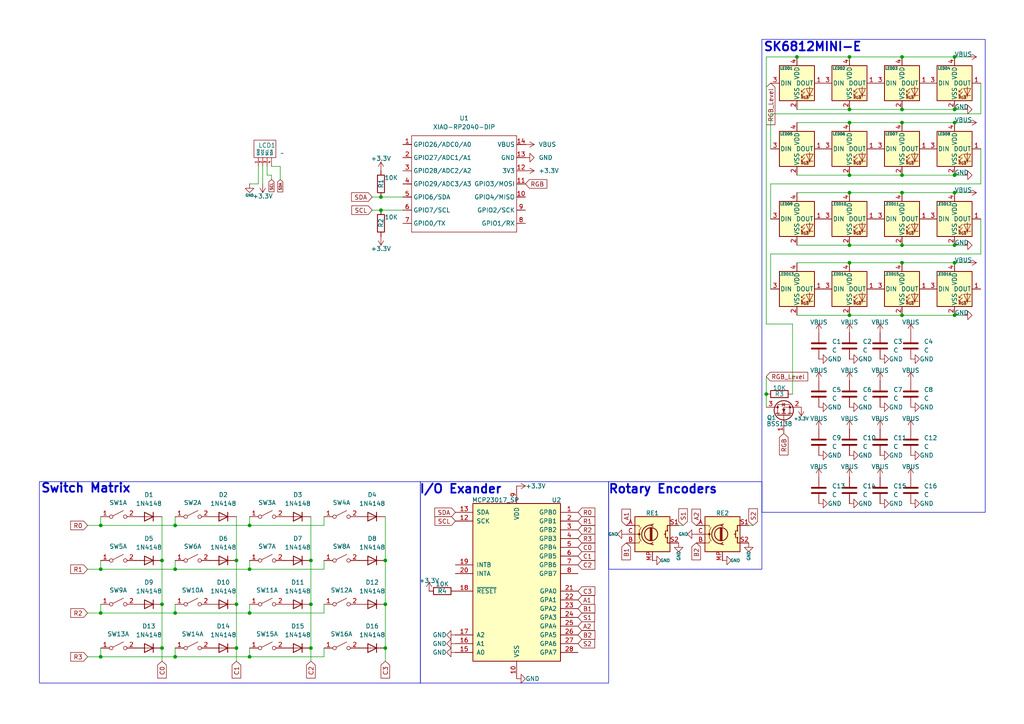
<source format=kicad_sch>
(kicad_sch (version 20250114) (generator "eeschema") (generator_version "9.0")
  (paper "A4")
  (title_block (title "HackPad V3") (date "2025-05-07") (rev "V0.2") (company "Cyber Link -- A Hack Club") (comment 1 "A simple (not so simple) macropad with as much as features that I can do for my first build") (comment 2 "2 Rotary Encoders, a 0.91\" OLED, and more!") (comment 3 "16 MX Hotswappable Switches with SK6812MINI-E RGB Underglow") (comment 4 "Based off the Seeed Studio XIAO RP2040") (comment 5 "1 0.91\" OLED Display") (comment 6 "2 Rotary Encoders") (comment 7 "SK6812MINI-E RGB Underglow") (comment 8 "16 MX-Style Hotswap Switches") (comment 9 "Features:"))
  (rectangle (start 220.98 11.43) (end 285.75 148.59))
  (rectangle (start 121.92 139.7) (end 176.53 198.12))
  (rectangle (start 176.53 139.7) (end 220.98 165.1))
  (rectangle (start 11.43 139.7) (end 121.92 198.12))
  (text "Rotary Encoders" (at 192.278 141.986 0) (effects (font (size 2.54 2.54) (thickness 0.508) (bold yes))))
  (text "I/O Exander" (at 133.604 141.986 0) (effects (font (size 2.54 2.54) (thickness 0.508) (bold yes))))
  (text "SK6812MINI-E\n" (at 235.712 13.716 0) (effects (font (size 2.54 2.54) (thickness 0.508) (bold yes))))
  (text "Switch Matrix" (at 24.892 141.732 0) (effects (font (size 2.54 2.54) (thickness 0.508) (bold yes))))
  (junction (at 50.8 190.5))
  (junction (at 246.38 16.51))
  (junction (at 276.86 50.8))
  (junction (at 261.62 71.12))
  (junction (at 46.99 187.96))
  (junction (at 246.38 91.44))
  (junction (at 261.62 31.75))
  (junction (at 29.21 190.5))
  (junction (at 231.14 16.51))
  (junction (at 276.86 91.44))
  (junction (at 72.39 152.4))
  (junction (at 46.99 175.26))
  (junction (at 246.38 55.88))
  (junction (at 276.86 16.51))
  (junction (at 246.38 50.8))
  (junction (at 246.38 76.2))
  (junction (at 72.39 177.8))
  (junction (at 261.62 76.2))
  (junction (at 50.8 165.1))
  (junction (at 111.76 175.26))
  (junction (at 111.76 187.96))
  (junction (at 276.86 76.2))
  (junction (at 261.62 91.44))
  (junction (at 246.38 35.56))
  (junction (at 50.8 152.4))
  (junction (at 68.58 162.56))
  (junction (at 246.38 71.12))
  (junction (at 246.38 31.75))
  (junction (at 50.8 177.8))
  (junction (at 46.99 162.56))
  (junction (at 276.86 55.88))
  (junction (at 261.62 50.8))
  (junction (at 110.49 60.96))
  (junction (at 276.86 71.12))
  (junction (at 111.76 162.56))
  (junction (at 90.17 187.96))
  (junction (at 261.62 35.56))
  (junction (at 261.62 55.88))
  (junction (at 72.39 165.1))
  (junction (at 68.58 175.26))
  (junction (at 72.39 190.5))
  (junction (at 29.21 165.1))
  (junction (at 68.58 187.96))
  (junction (at 110.49 57.15))
  (junction (at 29.21 152.4))
  (junction (at 276.86 31.75))
  (junction (at 90.17 162.56))
  (junction (at 222.25 114.3))
  (junction (at 261.62 16.51))
  (junction (at 90.17 175.26))
  (junction (at 276.86 35.56))
  (junction (at 29.21 177.8))
  (wire (pts (xy 261.62 50.8) (xy 276.86 50.8)))
  (wire (pts (xy 72.39 165.1) (xy 93.98 165.1)))
  (wire (pts (xy 90.17 187.96) (xy 90.17 191.77)))
  (wire (pts (xy 261.62 16.51) (xy 276.86 16.51)))
  (wire (pts (xy 29.21 149.86) (xy 29.21 152.4)))
  (wire (pts (xy 68.58 149.86) (xy 68.58 162.56)))
  (wire (pts (xy 93.98 177.8) (xy 93.98 175.26)))
  (wire (pts (xy 93.98 187.96) (xy 93.98 190.5)))
  (wire (pts (xy 222.25 114.3) (xy 222.25 118.11)))
  (wire (pts (xy 223.52 53.34) (xy 223.52 63.5)))
  (wire (pts (xy 93.98 152.4) (xy 93.98 149.86)))
  (wire (pts (xy 68.58 175.26) (xy 68.58 187.96)))
  (wire (pts (xy 78.74 50.8) (xy 77.47 50.8)))
  (wire (pts (xy 72.39 190.5) (xy 93.98 190.5)))
  (wire (pts (xy 222.25 109.22) (xy 222.25 114.3)))
  (wire (pts (xy 284.48 24.13) (xy 284.48 33.02)))
  (wire (pts (xy 229.87 114.3) (xy 229.87 93.98)))
  (wire (pts (xy 229.87 93.98) (xy 222.25 93.98)))
  (wire (pts (xy 276.86 71.12) (xy 279.4 71.12)))
  (wire (pts (xy 25.4 152.4) (xy 29.21 152.4)))
  (wire (pts (xy 261.62 71.12) (xy 276.86 71.12)))
  (wire (pts (xy 231.14 71.12) (xy 246.38 71.12)))
  (wire (pts (xy 222.25 16.51) (xy 231.14 16.51)))
  (wire (pts (xy 276.86 91.44) (xy 279.4 91.44)))
  (wire (pts (xy 222.25 93.98) (xy 222.25 16.51)))
  (wire (pts (xy 231.14 16.51) (xy 246.38 16.51)))
  (wire (pts (xy 261.62 91.44) (xy 276.86 91.44)))
  (wire (pts (xy 29.21 162.56) (xy 29.21 165.1)))
  (wire (pts (xy 246.38 76.2) (xy 261.62 76.2)))
  (wire (pts (xy 81.28 48.26) (xy 78.74 48.26)))
  (wire (pts (xy 25.4 165.1) (xy 29.21 165.1)))
  (wire (pts (xy 284.48 53.34) (xy 223.52 53.34)))
  (wire (pts (xy 276.86 55.88) (xy 280.67 55.88)))
  (wire (pts (xy 50.8 187.96) (xy 50.8 190.5)))
  (wire (pts (xy 72.39 149.86) (xy 72.39 152.4)))
  (wire (pts (xy 231.14 76.2) (xy 246.38 76.2)))
  (wire (pts (xy 50.8 149.86) (xy 50.8 152.4)))
  (wire (pts (xy 246.38 55.88) (xy 261.62 55.88)))
  (wire (pts (xy 261.62 31.75) (xy 276.86 31.75)))
  (wire (pts (xy 217.17 152.4) (xy 218.44 152.4)))
  (wire (pts (xy 231.14 35.56) (xy 246.38 35.56)))
  (wire (pts (xy 46.99 175.26) (xy 46.99 187.96)))
  (wire (pts (xy 246.38 35.56) (xy 261.62 35.56)))
  (wire (pts (xy 246.38 31.75) (xy 261.62 31.75)))
  (wire (pts (xy 72.39 187.96) (xy 72.39 190.5)))
  (wire (pts (xy 29.21 190.5) (xy 50.8 190.5)))
  (wire (pts (xy 50.8 175.26) (xy 50.8 177.8)))
  (wire (pts (xy 29.21 175.26) (xy 29.21 177.8)))
  (wire (pts (xy 246.38 16.51) (xy 261.62 16.51)))
  (wire (pts (xy 25.4 190.5) (xy 29.21 190.5)))
  (wire (pts (xy 68.58 187.96) (xy 68.58 191.77)))
  (wire (pts (xy 223.52 33.02) (xy 223.52 43.18)))
  (wire (pts (xy 74.93 53.34) (xy 72.39 53.34)))
  (wire (pts (xy 246.38 71.12) (xy 261.62 71.12)))
  (wire (pts (xy 29.21 177.8) (xy 50.8 177.8)))
  (wire (pts (xy 93.98 165.1) (xy 93.98 162.56)))
  (wire (pts (xy 90.17 175.26) (xy 90.17 187.96)))
  (wire (pts (xy 196.85 152.4) (xy 198.12 152.4)))
  (wire (pts (xy 111.76 149.86) (xy 111.76 162.56)))
  (wire (pts (xy 261.62 55.88) (xy 276.86 55.88)))
  (wire (pts (xy 72.39 177.8) (xy 93.98 177.8)))
  (wire (pts (xy 276.86 31.75) (xy 279.4 31.75)))
  (wire (pts (xy 50.8 190.5) (xy 72.39 190.5)))
  (wire (pts (xy 90.17 149.86) (xy 90.17 162.56)))
  (wire (pts (xy 231.14 55.88) (xy 246.38 55.88)))
  (wire (pts (xy 72.39 162.56) (xy 72.39 165.1)))
  (wire (pts (xy 284.48 73.66) (xy 223.52 73.66)))
  (wire (pts (xy 50.8 162.56) (xy 50.8 165.1)))
  (wire (pts (xy 107.95 57.15) (xy 110.49 57.15)))
  (wire (pts (xy 276.86 16.51) (xy 280.67 16.51)))
  (wire (pts (xy 276.86 50.8) (xy 279.4 50.8)))
  (wire (pts (xy 68.58 162.56) (xy 68.58 175.26)))
  (wire (pts (xy 25.4 177.8) (xy 29.21 177.8)))
  (wire (pts (xy 223.52 73.66) (xy 223.52 83.82)))
  (wire (pts (xy 50.8 177.8) (xy 72.39 177.8)))
  (wire (pts (xy 276.86 76.2) (xy 280.67 76.2)))
  (wire (pts (xy 231.14 50.8) (xy 246.38 50.8)))
  (wire (pts (xy 231.14 91.44) (xy 246.38 91.44)))
  (wire (pts (xy 111.76 175.26) (xy 111.76 187.96)))
  (wire (pts (xy 284.48 43.18) (xy 284.48 53.34)))
  (wire (pts (xy 46.99 187.96) (xy 46.99 191.77)))
  (wire (pts (xy 90.17 162.56) (xy 90.17 175.26)))
  (wire (pts (xy 110.49 60.96) (xy 116.84 60.96)))
  (wire (pts (xy 50.8 165.1) (xy 72.39 165.1)))
  (wire (pts (xy 74.93 53.34) (xy 74.93 48.26)))
  (wire (pts (xy 111.76 187.96) (xy 111.76 191.77)))
  (wire (pts (xy 46.99 149.86) (xy 46.99 162.56)))
  (wire (pts (xy 50.8 152.4) (xy 72.39 152.4)))
  (wire (pts (xy 78.74 50.8) (xy 78.74 52.07)))
  (wire (pts (xy 110.49 57.15) (xy 116.84 57.15)))
  (wire (pts (xy 46.99 162.56) (xy 46.99 175.26)))
  (wire (pts (xy 231.14 31.75) (xy 246.38 31.75)))
  (wire (pts (xy 111.76 162.56) (xy 111.76 175.26)))
  (wire (pts (xy 72.39 175.26) (xy 72.39 177.8)))
  (wire (pts (xy 261.62 76.2) (xy 276.86 76.2)))
  (wire (pts (xy 29.21 165.1) (xy 50.8 165.1)))
  (wire (pts (xy 81.28 48.26) (xy 81.28 52.07)))
  (wire (pts (xy 284.48 63.5) (xy 284.48 73.66)))
  (wire (pts (xy 29.21 152.4) (xy 50.8 152.4)))
  (wire (pts (xy 246.38 50.8) (xy 261.62 50.8)))
  (wire (pts (xy 76.2 48.26) (xy 76.2 53.34)))
  (wire (pts (xy 276.86 35.56) (xy 280.67 35.56)))
  (wire (pts (xy 261.62 35.56) (xy 276.86 35.56)))
  (wire (pts (xy 29.21 187.96) (xy 29.21 190.5)))
  (wire (pts (xy 77.47 50.8) (xy 77.47 48.26)))
  (wire (pts (xy 246.38 91.44) (xy 261.62 91.44)))
  (wire (pts (xy 107.95 60.96) (xy 110.49 60.96)))
  (wire (pts (xy 284.48 33.02) (xy 223.52 33.02)))
  (wire (pts (xy 72.39 152.4) (xy 93.98 152.4)))
  (global_label "C2" (shape input) (at 167.64 163.83 0) (property "Intersheetrefs" "${INTERSHEET_REFS}" (effects (hide yes))))
  (global_label "R0" (shape input) (at 167.64 148.59 0) (property "Intersheetrefs" "${INTERSHEET_REFS}" (effects (hide yes))))
  (global_label "RGB" (shape input) (at 227.33 125.73 270) (property "Intersheetrefs" "${INTERSHEET_REFS}" (effects (hide yes))))
  (global_label "A2" (shape input) (at 201.93 152.4 90) (property "Intersheetrefs" "${INTERSHEET_REFS}" (effects (hide yes))))
  (global_label "R0" (shape input) (at 25.4 152.4 180) (property "Intersheetrefs" "${INTERSHEET_REFS}" (effects (hide yes))))
  (global_label "S1" (shape input) (at 167.64 179.07 0) (property "Intersheetrefs" "${INTERSHEET_REFS}" (effects (hide yes))))
  (global_label "C1" (shape input) (at 167.64 161.29 0) (property "Intersheetrefs" "${INTERSHEET_REFS}" (effects (hide yes))))
  (global_label "S2" (shape input) (at 167.64 186.69 0) (property "Intersheetrefs" "${INTERSHEET_REFS}" (effects (hide yes))))
  (global_label "B1" (shape input) (at 167.64 176.53 0) (property "Intersheetrefs" "${INTERSHEET_REFS}" (effects (hide yes))))
  (global_label "R1" (shape input) (at 25.4 165.1 180) (property "Intersheetrefs" "${INTERSHEET_REFS}" (effects (hide yes))))
  (global_label "SDA" (shape input) (at 132.08 148.59 180) (property "Intersheetrefs" "${INTERSHEET_REFS}" (effects (hide yes))))
  (global_label "SCL" (shape input) (at 132.08 151.13 180) (property "Intersheetrefs" "${INTERSHEET_REFS}" (effects (hide yes))))
  (global_label "SCL" (shape input) (at 107.95 60.96 180) (property "Intersheetrefs" "${INTERSHEET_REFS}" (effects (hide yes))))
  (global_label "C0" (shape input) (at 167.64 158.75 0) (property "Intersheetrefs" "${INTERSHEET_REFS}" (effects (hide yes))))
  (global_label "A1" (shape input) (at 181.61 152.4 90) (property "Intersheetrefs" "${INTERSHEET_REFS}" (effects (hide yes))))
  (global_label "R2" (shape input) (at 25.4 177.8 180) (property "Intersheetrefs" "${INTERSHEET_REFS}" (effects (hide yes))))
  (global_label "R3" (shape input) (at 25.4 190.5 180) (property "Intersheetrefs" "${INTERSHEET_REFS}" (effects (hide yes))))
  (global_label "R3" (shape input) (at 167.64 156.21 0) (property "Intersheetrefs" "${INTERSHEET_REFS}" (effects (hide yes))))
  (global_label "R1" (shape input) (at 167.64 151.13 0) (property "Intersheetrefs" "${INTERSHEET_REFS}" (effects (hide yes))))
  (global_label "B2" (shape input) (at 201.93 157.48 270) (property "Intersheetrefs" "${INTERSHEET_REFS}" (effects (hide yes))))
  (global_label "S2" (shape input) (at 218.44 152.4 90) (property "Intersheetrefs" "${INTERSHEET_REFS}" (effects (hide yes))))
  (global_label "B2" (shape input) (at 167.64 184.15 0) (property "Intersheetrefs" "${INTERSHEET_REFS}" (effects (hide yes))))
  (global_label "C0" (shape input) (at 46.99 191.77 270) (property "Intersheetrefs" "${INTERSHEET_REFS}" (effects (hide yes))))
  (global_label "C2" (shape input) (at 90.17 191.77 270) (property "Intersheetrefs" "${INTERSHEET_REFS}" (effects (hide yes))))
  (global_label "SDA" (shape input) (at 107.95 57.15 180) (property "Intersheetrefs" "${INTERSHEET_REFS}" (effects (hide yes))))
  (global_label "RGB" (shape input) (at 152.4 53.34 0) (property "Intersheetrefs" "${INTERSHEET_REFS}" (effects (hide yes))))
  (global_label "C1" (shape input) (at 68.58 191.77 270) (property "Intersheetrefs" "${INTERSHEET_REFS}" (effects (hide yes))))
  (global_label "C3" (shape input) (at 111.76 191.77 270) (property "Intersheetrefs" "${INTERSHEET_REFS}" (effects (hide yes))))
  (global_label "SDA" (shape input) (at 81.28 52.07 270) (effects (font (size 0.762 0.762))) (property "Intersheetrefs" "${INTERSHEET_REFS}" (effects (hide yes))))
  (global_label "A2" (shape input) (at 167.64 181.61 0) (property "Intersheetrefs" "${INTERSHEET_REFS}" (effects (hide yes))))
  (global_label "S1" (shape input) (at 198.12 152.4 90) (property "Intersheetrefs" "${INTERSHEET_REFS}" (effects (hide yes))))
  (global_label "A1" (shape input) (at 167.64 173.99 0) (property "Intersheetrefs" "${INTERSHEET_REFS}" (effects (hide yes))))
  (global_label "SCL" (shape input) (at 78.74 52.07 270) (effects (font (size 0.762 0.762))) (property "Intersheetrefs" "${INTERSHEET_REFS}" (effects (hide yes))))
  (global_label "C3" (shape input) (at 167.64 171.45 0) (property "Intersheetrefs" "${INTERSHEET_REFS}" (effects (hide yes))))
  (global_label "B1" (shape input) (at 181.61 157.48 270) (property "Intersheetrefs" "${INTERSHEET_REFS}" (effects (hide yes))))
  (global_label "RGB_Level" (shape input) (at 222.25 109.22 0) (property "Intersheetrefs" "${INTERSHEET_REFS}" (effects (hide yes))))
  (global_label "RGB_Level" (shape input) (at 223.52 24.13 270) (property "Intersheetrefs" "${INTERSHEET_REFS}" (effects (hide yes))))
  (global_label "R2" (shape input) (at 167.64 153.67 0) (property "Intersheetrefs" "${INTERSHEET_REFS}" (effects (hide yes))))
  (symbol (lib_id "power:VBUS") (at 237.49 124.46 0) (unit 1)
    (property "Reference" "#PWR033" (effects (hide yes)))
    (property "Value" "VBUS" (at 237.49 121.412 0))
    (property "Description" "Power symbol creates a global label with name \"VBUS\"" (effects (hide yes)))
  )
  (symbol (lib_id "power:GND") (at 264.16 118.11 90) (unit 1)
    (property "Reference" "#PWR032" (effects (hide yes)))
    (property "Value" "GND" (at 266.7 118.11 90) (effects (justify right)))
    (property "Description" "Power symbol creates a global label with name \"GND\" , ground" (effects (hide yes)))
  )
  (symbol (lib_id "Device:C") (at 255.27 100.33 0) (unit 1)
    (property "Reference" "C3" (at 259.08 99.0599 0) (effects (justify left)))
    (property "Value" "C" (at 259.08 101.5999 0) (effects (justify left)))
    (property "Footprint" "Capacitor_SMD:C_0805_2012Metric" (effects (hide yes)))
    (property "Description" "Unpolarized capacitor" (effects (hide yes)))
  )
  (symbol (lib_id "Switch:SW_DPST_x2") (at 99.06 187.96 0) (unit 1)
    (property "Reference" "SW16" (at 99.06 183.896 0))
    (property "Value" "SW_MEC_5G" (effects (hide yes)))
    (property "Footprint" "PCM_Switch_Keyboard_Hotswap_Kailh:SW_Hotswap_Kailh_MX_1.00u" (effects (hide yes)))
    (property "Description" "Single Pole Single Throw (SPST) switch, separate symbol" (effects (hide yes)))
  )
  (symbol (lib_id "power:VBUS") (at 237.49 110.49 0) (unit 1)
    (property "Reference" "#PWR024" (effects (hide yes)))
    (property "Value" "VBUS" (at 237.49 107.442 0))
    (property "Description" "Power symbol creates a global label with name \"VBUS\"" (effects (hide yes)))
  )
  (symbol (lib_id "Diode:1N4148") (at 64.77 162.56 180) (unit 1)
    (property "Reference" "D6" (at 64.77 156.21 0))
    (property "Value" "1N4148" (at 64.77 158.75 0))
    (property "Footprint" "Diode_THT:D_DO-35_SOD27_P7.62mm_Horizontal" (effects (hide yes)))
    (property "Datasheet" "https://assets.nexperia.com/documents/data-sheet/1N4148_1N4448.pdf" (effects (hide yes)))
    (property "Description" "100V 0.15A standard switching diode, DO-35" (effects (hide yes)))
    (property "Sim.Device" "D" (effects (hide yes)))
    (property "Sim.Pins" "1=K 2=A" (effects (hide yes)))
  )
  (symbol (lib_id "LED:SK6812MINI") (at 246.38 24.13 0) (unit 1)
    (property "Reference" "LEDD2" (at 243.332 19.812 0) (effects (font (size 0.762 0.762))))
    (property "Value" "SK6812MINI" (effects (hide yes)))
    (property "Footprint" "MX_SK6812MINI-E:MX_SK6812MINI-E" (effects (hide yes)))
    (property "Datasheet" "https://cdn-shop.adafruit.com/product-files/2686/SK6812MINI_REV.01-1-2.pdf" (effects (hide yes)))
    (property "Description" "RGB LED with integrated controller" (effects (hide yes)))
  )
  (symbol (lib_id "LED:SK6812MINI") (at 246.38 63.5 0) (unit 1)
    (property "Reference" "LEDD10" (at 243.332 59.182 0) (effects (font (size 0.762 0.762))))
    (property "Value" "SK6812MINI" (effects (hide yes)))
    (property "Footprint" "MX_SK6812MINI-E:MX_SK6812MINI-E" (effects (hide yes)))
    (property "Datasheet" "https://cdn-shop.adafruit.com/product-files/2686/SK6812MINI_REV.01-1-2.pdf" (effects (hide yes)))
    (property "Description" "RGB LED with integrated controller" (effects (hide yes)))
  )
  (symbol (lib_id "power:VBUS") (at 280.67 55.88 270) (unit 1)
    (property "Reference" "#PWR011" (effects (hide yes)))
    (property "Value" "VBUS" (at 276.86 55.118 90) (effects (justify left)))
    (property "Description" "Power symbol creates a global label with name \"VBUS\"" (effects (hide yes)))
  )
  (symbol (lib_id "power:VBUS") (at 264.16 96.52 0) (unit 1)
    (property "Reference" "#PWR019" (effects (hide yes)))
    (property "Value" "VBUS" (at 264.16 93.472 0))
    (property "Description" "Power symbol creates a global label with name \"VBUS\"" (effects (hide yes)))
  )
  (symbol (lib_id "power:GND") (at 237.49 132.08 90) (unit 1)
    (property "Reference" "#PWR037" (effects (hide yes)))
    (property "Value" "GND" (at 240.03 132.08 90) (effects (justify right)))
    (property "Description" "Power symbol creates a global label with name \"GND\" , ground" (effects (hide yes)))
  )
  (symbol (lib_id "LED:SK6812MINI") (at 231.14 63.5 0) (unit 1)
    (property "Reference" "LEDD9" (at 228.092 59.182 0) (effects (font (size 0.762 0.762))))
    (property "Value" "SK6812MINI" (effects (hide yes)))
    (property "Footprint" "MX_SK6812MINI-E:MX_SK6812MINI-E" (effects (hide yes)))
    (property "Datasheet" "https://cdn-shop.adafruit.com/product-files/2686/SK6812MINI_REV.01-1-2.pdf" (effects (hide yes)))
    (property "Description" "RGB LED with integrated controller" (effects (hide yes)))
  )
  (symbol (lib_id "power:+3.3V") (at 124.46 171.45 0) (unit 1)
    (property "Reference" "#PWR054" (effects (hide yes)))
    (property "Value" "+3.3V" (at 124.46 168.402 0))
    (property "Description" "Power symbol creates a global label with name \"+3.3V\"" (effects (hide yes)))
  )
  (symbol (lib_id "power:GND") (at 255.27 146.05 90) (unit 1)
    (property "Reference" "#PWR048" (effects (hide yes)))
    (property "Value" "GND" (at 257.81 146.05 90) (effects (justify right)))
    (property "Description" "Power symbol creates a global label with name \"GND\" , ground" (effects (hide yes)))
  )
  (symbol (lib_id "LED:SK6812MINI") (at 261.62 63.5 0) (unit 1)
    (property "Reference" "LEDD11" (at 258.572 59.182 0) (effects (font (size 0.762 0.762))))
    (property "Value" "SK6812MINI" (effects (hide yes)))
    (property "Footprint" "MX_SK6812MINI-E:MX_SK6812MINI-E" (effects (hide yes)))
    (property "Datasheet" "https://cdn-shop.adafruit.com/product-files/2686/SK6812MINI_REV.01-1-2.pdf" (effects (hide yes)))
    (property "Description" "RGB LED with integrated controller" (effects (hide yes)))
  )
  (symbol (lib_id "power:GND") (at 132.08 189.23 270) (unit 1)
    (property "Reference" "#PWR057" (effects (hide yes)))
    (property "Value" "GND" (at 129.54 189.23 90) (effects (justify right)))
    (property "Description" "Power symbol creates a global label with name \"GND\" , ground" (effects (hide yes)))
  )
  (symbol (lib_id "power:VBUS") (at 280.67 16.51 270) (unit 1)
    (property "Reference" "#PWR01" (effects (hide yes)))
    (property "Value" "VBUS" (at 276.86 15.748 90) (effects (justify left)))
    (property "Description" "Power symbol creates a global label with name \"VBUS\"" (effects (hide yes)))
  )
  (symbol (lib_id "Diode:1N4148") (at 43.18 175.26 180) (unit 1)
    (property "Reference" "D9" (at 43.18 168.91 0))
    (property "Value" "1N4148" (at 43.18 171.45 0))
    (property "Footprint" "Diode_THT:D_DO-35_SOD27_P7.62mm_Horizontal" (effects (hide yes)))
    (property "Datasheet" "https://assets.nexperia.com/documents/data-sheet/1N4148_1N4448.pdf" (effects (hide yes)))
    (property "Description" "100V 0.15A standard switching diode, DO-35" (effects (hide yes)))
    (property "Sim.Device" "D" (effects (hide yes)))
    (property "Sim.Pins" "1=K 2=A" (effects (hide yes)))
  )
  (symbol (lib_id "power:GND") (at 279.4 31.75 90) (unit 1)
    (property "Reference" "#PWR02" (effects (hide yes)))
    (property "Value" "GND" (at 276.86 30.988 90) (effects (justify right)))
    (property "Description" "Power symbol creates a global label with name \"GND\" , ground" (effects (hide yes)))
  )
  (symbol (lib_id "Seeed_Studio_XIAO_Series:XIAO-RP2040-DIP") (at 120.65 36.83 0) (unit 1)
    (property "Reference" "U1" (at 134.62 34.29 0))
    (property "Value" "XIAO-RP2040-DIP" (at 134.62 36.83 0))
    (property "Footprint" "Module:MOUDLE14P-XIAO-DIP-SMD" (effects (hide yes)))
  )
  (symbol (lib_id "power:GND") (at 255.27 104.14 90) (unit 1)
    (property "Reference" "#PWR022" (effects (hide yes)))
    (property "Value" "GND" (at 257.81 104.14 90) (effects (justify right)))
    (property "Description" "Power symbol creates a global label with name \"GND\" , ground" (effects (hide yes)))
  )
  (symbol (lib_id "power:GND") (at 255.27 118.11 90) (unit 1)
    (property "Reference" "#PWR031" (effects (hide yes)))
    (property "Value" "GND" (at 257.81 118.11 90) (effects (justify right)))
    (property "Description" "Power symbol creates a global label with name \"GND\" , ground" (effects (hide yes)))
  )
  (symbol (lib_id "Device:R") (at 110.49 53.34 0) (unit 1)
    (property "Reference" "R1" (at 110.49 54.61 90) (effects (justify left)))
    (property "Value" "10K" (at 111.506 51.562 0) (effects (justify left)))
    (property "Footprint" "Resistor_SMD:R_0805_2012Metric" (effects (hide yes)))
    (property "Description" "Resistor" (effects (hide yes)))
  )
  (symbol (lib_id "Device:C") (at 255.27 114.3 0) (unit 1)
    (property "Reference" "C7" (at 259.08 113.0299 0) (effects (justify left)))
    (property "Value" "C" (at 259.08 115.5699 0) (effects (justify left)))
    (property "Footprint" "Capacitor_SMD:C_0805_2012Metric" (effects (hide yes)))
    (property "Description" "Unpolarized capacitor" (effects (hide yes)))
  )
  (symbol (lib_id "Device:C") (at 264.16 100.33 0) (unit 1)
    (property "Reference" "C4" (at 267.97 99.0599 0) (effects (justify left)))
    (property "Value" "C" (at 267.97 101.5999 0) (effects (justify left)))
    (property "Footprint" "Capacitor_SMD:C_0805_2012Metric" (effects (hide yes)))
    (property "Description" "Unpolarized capacitor" (effects (hide yes)))
  )
  (symbol (lib_id "power:GND") (at 264.16 104.14 90) (unit 1)
    (property "Reference" "#PWR023" (effects (hide yes)))
    (property "Value" "GND" (at 266.7 104.14 90) (effects (justify right)))
    (property "Description" "Power symbol creates a global label with name \"GND\" , ground" (effects (hide yes)))
  )
  (symbol (lib_id "Device:C") (at 255.27 142.24 0) (unit 1)
    (property "Reference" "C15" (at 259.08 140.9699 0) (effects (justify left)))
    (property "Value" "C" (at 259.08 143.5099 0) (effects (justify left)))
    (property "Footprint" "Capacitor_SMD:C_0805_2012Metric" (effects (hide yes)))
    (property "Description" "Unpolarized capacitor" (effects (hide yes)))
  )
  (symbol (lib_id "Device:C") (at 237.49 100.33 0) (unit 1)
    (property "Reference" "C1" (at 241.3 99.0599 0) (effects (justify left)))
    (property "Value" "C" (at 241.3 101.5999 0) (effects (justify left)))
    (property "Footprint" "Capacitor_SMD:C_0805_2012Metric" (effects (hide yes)))
    (property "Description" "Unpolarized capacitor" (effects (hide yes)))
  )
  (symbol (lib_id "power:VBUS") (at 255.27 138.43 0) (unit 1)
    (property "Reference" "#PWR043" (effects (hide yes)))
    (property "Value" "VBUS" (at 255.27 135.382 0))
    (property "Description" "Power symbol creates a global label with name \"VBUS\"" (effects (hide yes)))
  )
  (symbol (lib_id "power:+3.3V") (at 110.49 68.58 180) (unit 1)
    (property "Reference" "#PWR012" (effects (hide yes)))
    (property "Value" "+3.3V" (at 110.49 72.136 0))
    (property "Description" "Power symbol creates a global label with name \"+3.3V\"" (effects (hide yes)))
  )
  (symbol (lib_id "Device:C") (at 264.16 142.24 0) (unit 1)
    (property "Reference" "C16" (at 267.97 140.9699 0) (effects (justify left)))
    (property "Value" "C" (at 267.97 143.5099 0) (effects (justify left)))
    (property "Footprint" "Capacitor_SMD:C_0805_2012Metric" (effects (hide yes)))
    (property "Description" "Unpolarized capacitor" (effects (hide yes)))
  )
  (symbol (lib_id "LED:SK6812MINI") (at 231.14 24.13 0) (unit 1)
    (property "Reference" "LEDD1" (at 228.092 19.812 0) (effects (font (size 0.762 0.762))))
    (property "Value" "SK6812MINI" (effects (hide yes)))
    (property "Footprint" "MX_SK6812MINI-E:MX_SK6812MINI-E" (effects (hide yes)))
    (property "Datasheet" "https://cdn-shop.adafruit.com/product-files/2686/SK6812MINI_REV.01-1-2.pdf" (effects (hide yes)))
    (property "Description" "RGB LED with integrated controller" (effects (hide yes)))
  )
  (symbol (lib_id "power:GND") (at 209.55 162.56 90) (unit 1)
    (property "Reference" "#PWR060" (effects (hide yes)))
    (property "Value" "GND" (at 211.836 162.56 90) (effects (font (size 0.889 0.889)) (justify right)))
    (property "Description" "Power symbol creates a global label with name \"GND\" , ground" (effects (hide yes)))
  )
  (symbol (lib_id "Device:C") (at 264.16 128.27 0) (unit 1)
    (property "Reference" "C12" (at 267.97 126.9999 0) (effects (justify left)))
    (property "Value" "C" (at 267.97 129.5399 0) (effects (justify left)))
    (property "Footprint" "Capacitor_SMD:C_0805_2012Metric" (effects (hide yes)))
    (property "Description" "Unpolarized capacitor" (effects (hide yes)))
  )
  (symbol (lib_id "LED:SK6812MINI") (at 246.38 43.18 0) (unit 1)
    (property "Reference" "LEDD6" (at 243.332 38.862 0) (effects (font (size 0.762 0.762))))
    (property "Value" "SK6812MINI" (effects (hide yes)))
    (property "Footprint" "MX_SK6812MINI-E:MX_SK6812MINI-E" (effects (hide yes)))
    (property "Datasheet" "https://cdn-shop.adafruit.com/product-files/2686/SK6812MINI_REV.01-1-2.pdf" (effects (hide yes)))
    (property "Description" "RGB LED with integrated controller" (effects (hide yes)))
  )
  (symbol (lib_id "Interface_Expansion:MCP23017_SS") (at 149.86 168.91 0) (unit 1)
    (property "Reference" "U2" (at 160.02 145.034 0) (effects (justify left)))
    (property "Value" "MCP23017_SP" (at 136.906 145.034 0) (effects (justify left)))
    (property "Footprint" "Package_SO:SSOP-28_5.3x10.2mm_P0.65mm" (effects (hide yes)))
    (property "Datasheet" "https://ww1.microchip.com/downloads/aemDocuments/documents/APID/ProductDocuments/DataSheets/MCP23017-Data-Sheet-DS20001952.pdf" (effects (hide yes)))
    (property "Description" "16-bit I/O expander, I2C, interrupts, w pull-ups, SSOP-28" (effects (hide yes)))
  )
  (symbol (lib_id "power:GND") (at 149.86 196.85 90) (unit 1)
    (property "Reference" "#PWR058" (effects (hide yes)))
    (property "Value" "GND" (at 152.4 196.85 90) (effects (justify right)))
    (property "Description" "Power symbol creates a global label with name \"GND\" , ground" (effects (hide yes)))
  )
  (symbol (lib_id "power:VBUS") (at 237.49 96.52 0) (unit 1)
    (property "Reference" "#PWR016" (effects (hide yes)))
    (property "Value" "VBUS" (at 237.49 93.472 0))
    (property "Description" "Power symbol creates a global label with name \"VBUS\"" (effects (hide yes)))
  )
  (symbol (lib_id "power:+3.3V") (at 152.4 49.53 270) (unit 1)
    (property "Reference" "#PWR09" (effects (hide yes)))
    (property "Value" "+3.3V" (at 156.21 49.5299 90) (effects (justify left)))
    (property "Description" "Power symbol creates a global label with name \"+3.3V\"" (effects (hide yes)))
  )
  (symbol (lib_id "power:+3.3V") (at 232.41 118.11 180) (unit 1)
    (property "Reference" "#PWR028" (effects (hide yes)))
    (property "Value" "+3.3V" (at 232.41 121.412 0) (effects (font (size 0.9398 0.9398))))
    (property "Description" "Power symbol creates a global label with name \"+3.3V\"" (effects (hide yes)))
  )
  (symbol (lib_id "power:VBUS") (at 246.38 96.52 0) (unit 1)
    (property "Reference" "#PWR017" (effects (hide yes)))
    (property "Value" "VBUS" (at 246.38 93.472 0))
    (property "Description" "Power symbol creates a global label with name \"VBUS\"" (effects (hide yes)))
  )
  (symbol (lib_id "power:GND") (at 196.85 157.48 0) (unit 1)
    (property "Reference" "#PWR052" (effects (hide yes)))
    (property "Value" "GND" (at 196.85 159.766 90) (effects (font (size 0.889 0.889)) (justify right)))
    (property "Description" "Power symbol creates a global label with name \"GND\" , ground" (effects (hide yes)))
  )
  (symbol (lib_id "power:+3.3V") (at 110.49 49.53 0) (unit 1)
    (property "Reference" "#PWR08" (effects (hide yes)))
    (property "Value" "+3.3V" (at 110.49 45.974 0))
    (property "Description" "Power symbol creates a global label with name \"+3.3V\"" (effects (hide yes)))
  )
  (symbol (lib_id "power:VBUS") (at 264.16 110.49 0) (unit 1)
    (property "Reference" "#PWR027" (effects (hide yes)))
    (property "Value" "VBUS" (at 264.16 107.442 0))
    (property "Description" "Power symbol creates a global label with name \"VBUS\"" (effects (hide yes)))
  )
  (symbol (lib_id "power:GND") (at 279.4 50.8 90) (unit 1)
    (property "Reference" "#PWR010" (effects (hide yes)))
    (property "Value" "GND" (at 276.86 50.038 90) (effects (justify right)))
    (property "Description" "Power symbol creates a global label with name \"GND\" , ground" (effects (hide yes)))
  )
  (symbol (lib_id "Device:C") (at 246.38 128.27 0) (unit 1)
    (property "Reference" "C10" (at 250.19 126.9999 0) (effects (justify left)))
    (property "Value" "C" (at 250.19 129.5399 0) (effects (justify left)))
    (property "Footprint" "Capacitor_SMD:C_0805_2012Metric" (effects (hide yes)))
    (property "Description" "Unpolarized capacitor" (effects (hide yes)))
  )
  (symbol (lib_id "power:VBUS") (at 237.49 138.43 0) (unit 1)
    (property "Reference" "#PWR041" (effects (hide yes)))
    (property "Value" "VBUS" (at 237.49 135.382 0))
    (property "Description" "Power symbol creates a global label with name \"VBUS\"" (effects (hide yes)))
  )
  (symbol (lib_id "power:VBUS") (at 255.27 96.52 0) (unit 1)
    (property "Reference" "#PWR018" (effects (hide yes)))
    (property "Value" "VBUS" (at 255.27 93.472 0))
    (property "Description" "Power symbol creates a global label with name \"VBUS\"" (effects (hide yes)))
  )
  (symbol (lib_id "Switch:SW_DPST_x2") (at 55.88 149.86 0) (unit 1)
    (property "Reference" "SW2" (at 55.88 145.796 0))
    (property "Value" "SW_MEC_5G" (effects (hide yes)))
    (property "Footprint" "PCM_Switch_Keyboard_Hotswap_Kailh:SW_Hotswap_Kailh_MX_1.00u" (effects (hide yes)))
    (property "Description" "Single Pole Single Throw (SPST) switch, separate symbol" (effects (hide yes)))
  )
  (symbol (lib_id "Switch:SW_DPST_x2") (at 77.47 162.56 0) (unit 1)
    (property "Reference" "SW7" (at 77.47 158.496 0))
    (property "Value" "SW_MEC_5G" (effects (hide yes)))
    (property "Footprint" "PCM_Switch_Keyboard_Hotswap_Kailh:SW_Hotswap_Kailh_MX_1.00u" (effects (hide yes)))
    (property "Description" "Single Pole Single Throw (SPST) switch, separate symbol" (effects (hide yes)))
  )
  (symbol (lib_id "Diode:1N4148") (at 64.77 175.26 180) (unit 1)
    (property "Reference" "D10" (at 64.77 168.91 0))
    (property "Value" "1N4148" (at 64.77 171.45 0))
    (property "Footprint" "Diode_THT:D_DO-35_SOD27_P7.62mm_Horizontal" (effects (hide yes)))
    (property "Datasheet" "https://assets.nexperia.com/documents/data-sheet/1N4148_1N4448.pdf" (effects (hide yes)))
    (property "Description" "100V 0.15A standard switching diode, DO-35" (effects (hide yes)))
    (property "Sim.Device" "D" (effects (hide yes)))
    (property "Sim.Pins" "1=K 2=A" (effects (hide yes)))
  )
  (symbol (lib_id "power:VBUS") (at 264.16 138.43 0) (unit 1)
    (property "Reference" "#PWR044" (effects (hide yes)))
    (property "Value" "VBUS" (at 264.16 135.382 0))
    (property "Description" "Power symbol creates a global label with name \"VBUS\"" (effects (hide yes)))
  )
  (symbol (lib_id "Device:C") (at 237.49 114.3 0) (unit 1)
    (property "Reference" "C5" (at 241.3 113.0299 0) (effects (justify left)))
    (property "Value" "C" (at 241.3 115.5699 0) (effects (justify left)))
    (property "Footprint" "Capacitor_SMD:C_0805_2012Metric" (effects (hide yes)))
    (property "Description" "Unpolarized capacitor" (effects (hide yes)))
  )
  (symbol (lib_id "Device:C") (at 264.16 114.3 0) (unit 1)
    (property "Reference" "C8" (at 267.97 113.0299 0) (effects (justify left)))
    (property "Value" "C" (at 267.97 115.5699 0) (effects (justify left)))
    (property "Footprint" "Capacitor_SMD:C_0805_2012Metric" (effects (hide yes)))
    (property "Description" "Unpolarized capacitor" (effects (hide yes)))
  )
  (symbol (lib_id "power:GND") (at 246.38 118.11 90) (unit 1)
    (property "Reference" "#PWR030" (effects (hide yes)))
    (property "Value" "GND" (at 248.92 118.11 90) (effects (justify right)))
    (property "Description" "Power symbol creates a global label with name \"GND\" , ground" (effects (hide yes)))
  )
  (symbol (lib_id "Switch:SW_DPST_x2") (at 55.88 162.56 0) (unit 1)
    (property "Reference" "SW6" (at 55.88 158.496 0))
    (property "Value" "SW_MEC_5G" (effects (hide yes)))
    (property "Footprint" "PCM_Switch_Keyboard_Hotswap_Kailh:SW_Hotswap_Kailh_MX_1.00u" (effects (hide yes)))
    (property "Description" "Single Pole Single Throw (SPST) switch, separate symbol" (effects (hide yes)))
  )
  (symbol (lib_id "LED:SK6812MINI") (at 276.86 83.82 0) (unit 1)
    (property "Reference" "LEDD16" (at 273.812 79.502 0) (effects (font (size 0.762 0.762))))
    (property "Value" "SK6812MINI" (effects (hide yes)))
    (property "Footprint" "MX_SK6812MINI-E:MX_SK6812MINI-E" (effects (hide yes)))
    (property "Datasheet" "https://cdn-shop.adafruit.com/product-files/2686/SK6812MINI_REV.01-1-2.pdf" (effects (hide yes)))
    (property "Description" "RGB LED with integrated controller" (effects (hide yes)))
  )
  (symbol (lib_id "Device:C") (at 237.49 128.27 0) (unit 1)
    (property "Reference" "C9" (at 241.3 126.9999 0) (effects (justify left)))
    (property "Value" "C" (at 241.3 129.5399 0) (effects (justify left)))
    (property "Footprint" "Capacitor_SMD:C_0805_2012Metric" (effects (hide yes)))
    (property "Description" "Unpolarized capacitor" (effects (hide yes)))
  )
  (symbol (lib_id "Switch:SW_DPST_x2") (at 77.47 149.86 0) (unit 1)
    (property "Reference" "SW3" (at 77.47 145.796 0))
    (property "Value" "SW_MEC_5G" (effects (hide yes)))
    (property "Footprint" "PCM_Switch_Keyboard_Hotswap_Kailh:SW_Hotswap_Kailh_MX_1.00u" (effects (hide yes)))
    (property "Description" "Single Pole Single Throw (SPST) switch, separate symbol" (effects (hide yes)))
  )
  (symbol (lib_id "power:GND") (at 264.16 146.05 90) (unit 1)
    (property "Reference" "#PWR049" (effects (hide yes)))
    (property "Value" "GND" (at 266.7 146.05 90) (effects (justify right)))
    (property "Description" "Power symbol creates a global label with name \"GND\" , ground" (effects (hide yes)))
  )
  (symbol (lib_id "Switch:SW_DPST_x2") (at 77.47 187.96 0) (unit 1)
    (property "Reference" "SW15" (at 77.47 183.896 0))
    (property "Value" "SW_MEC_5G" (effects (hide yes)))
    (property "Footprint" "PCM_Switch_Keyboard_Hotswap_Kailh:SW_Hotswap_Kailh_MX_1.00u" (effects (hide yes)))
    (property "Description" "Single Pole Single Throw (SPST) switch, separate symbol" (effects (hide yes)))
  )
  (symbol (lib_id "Switch:SW_DPST_x2") (at 34.29 187.96 0) (unit 1)
    (property "Reference" "SW13" (at 34.29 183.896 0))
    (property "Value" "SW_MEC_5G" (effects (hide yes)))
    (property "Footprint" "PCM_Switch_Keyboard_Hotswap_Kailh:SW_Hotswap_Kailh_MX_1.00u" (effects (hide yes)))
    (property "Description" "Single Pole Single Throw (SPST) switch, separate symbol" (effects (hide yes)))
  )
  (symbol (lib_id "LED:SK6812MINI") (at 276.86 43.18 0) (unit 1)
    (property "Reference" "LEDD8" (at 273.812 38.862 0) (effects (font (size 0.762 0.762))))
    (property "Value" "SK6812MINI" (effects (hide yes)))
    (property "Footprint" "MX_SK6812MINI-E:MX_SK6812MINI-E" (effects (hide yes)))
    (property "Datasheet" "https://cdn-shop.adafruit.com/product-files/2686/SK6812MINI_REV.01-1-2.pdf" (effects (hide yes)))
    (property "Description" "RGB LED with integrated controller" (effects (hide yes)))
  )
  (symbol (lib_id "Device:R") (at 226.06 114.3 90) (unit 1)
    (property "Reference" "R3" (at 226.06 114.3 90))
    (property "Value" "10K" (at 226.06 112.522 90))
    (property "Footprint" "Resistor_SMD:R_0805_2012Metric" (effects (hide yes)))
    (property "Description" "Resistor" (effects (hide yes)))
  )
  (symbol (lib_id "Transistor_FET:BSS138") (at 227.33 120.65 90) (unit 1)
    (property "Reference" "Q1" (at 223.774 121.158 90))
    (property "Value" "BSS138" (at 226.06 122.936 90))
    (property "Footprint" "Package_TO_SOT_SMD:SOT-23" (effects (hide yes)))
    (property "Datasheet" "https://www.onsemi.com/pub/Collateral/BSS138-D.PDF" (effects (hide yes)))
    (property "Description" "50V Vds, 0.22A Id, N-Channel MOSFET, SOT-23" (effects (hide yes)))
  )
  (symbol (lib_id "Diode:1N4148") (at 43.18 162.56 180) (unit 1)
    (property "Reference" "D5" (at 43.18 156.21 0))
    (property "Value" "1N4148" (at 43.18 158.75 0))
    (property "Footprint" "Diode_THT:D_DO-35_SOD27_P7.62mm_Horizontal" (effects (hide yes)))
    (property "Datasheet" "https://assets.nexperia.com/documents/data-sheet/1N4148_1N4448.pdf" (effects (hide yes)))
    (property "Description" "100V 0.15A standard switching diode, DO-35" (effects (hide yes)))
    (property "Sim.Device" "D" (effects (hide yes)))
    (property "Sim.Pins" "1=K 2=A" (effects (hide yes)))
  )
  (symbol (lib_id "Switch:SW_DPST_x2") (at 34.29 149.86 0) (unit 1)
    (property "Reference" "SW1" (at 34.29 145.796 0))
    (property "Value" "SW_MEC_5G" (effects (hide yes)))
    (property "Footprint" "PCM_Switch_Keyboard_Hotswap_Kailh:SW_Hotswap_Kailh_MX_1.00u" (effects (hide yes)))
    (property "Description" "Single Pole Single Throw (SPST) switch, separate symbol" (effects (hide yes)))
  )
  (symbol (lib_id "Device:RotaryEncoder_Switch_MP") (at 189.23 154.94 0) (unit 1)
    (property "Reference" "RE1" (at 189.23 148.844 0))
    (property "Value" "RotaryEncoder_Switch_MP" (effects (hide yes)))
    (property "Footprint" "Encoders:RotaryEncoder_Alps_EC11E-Switch_Vertical_H20mm" (effects (hide yes)))
    (property "Description" "Rotary encoder, dual channel, incremental quadrate outputs, with switch and MP Pin" (effects (hide yes)))
  )
  (symbol (lib_id "Diode:1N4148") (at 43.18 187.96 180) (unit 1)
    (property "Reference" "D13" (at 43.18 181.61 0))
    (property "Value" "1N4148" (at 43.18 184.15 0))
    (property "Footprint" "Diode_THT:D_DO-35_SOD27_P7.62mm_Horizontal" (effects (hide yes)))
    (property "Datasheet" "https://assets.nexperia.com/documents/data-sheet/1N4148_1N4448.pdf" (effects (hide yes)))
    (property "Description" "100V 0.15A standard switching diode, DO-35" (effects (hide yes)))
    (property "Sim.Device" "D" (effects (hide yes)))
    (property "Sim.Pins" "1=K 2=A" (effects (hide yes)))
  )
  (symbol (lib_id "power:VBUS") (at 246.38 124.46 0) (unit 1)
    (property "Reference" "#PWR034" (effects (hide yes)))
    (property "Value" "VBUS" (at 246.38 121.412 0))
    (property "Description" "Power symbol creates a global label with name \"VBUS\"" (effects (hide yes)))
  )
  (symbol (lib_id "LED:SK6812MINI") (at 231.14 43.18 0) (unit 1)
    (property "Reference" "LEDD5" (at 228.092 38.862 0) (effects (font (size 0.762 0.762))))
    (property "Value" "SK6812MINI" (effects (hide yes)))
    (property "Footprint" "MX_SK6812MINI-E:MX_SK6812MINI-E" (effects (hide yes)))
    (property "Datasheet" "https://cdn-shop.adafruit.com/product-files/2686/SK6812MINI_REV.01-1-2.pdf" (effects (hide yes)))
    (property "Description" "RGB LED with integrated controller" (effects (hide yes)))
  )
  (symbol (lib_id "power:VBUS") (at 280.67 76.2 270) (unit 1)
    (property "Reference" "#PWR014" (effects (hide yes)))
    (property "Value" "VBUS" (at 276.86 75.438 90) (effects (justify left)))
    (property "Description" "Power symbol creates a global label with name \"VBUS\"" (effects (hide yes)))
  )
  (symbol (lib_id "Diode:1N4148") (at 86.36 162.56 180) (unit 1)
    (property "Reference" "D7" (at 86.36 156.21 0))
    (property "Value" "1N4148" (at 86.36 158.75 0))
    (property "Footprint" "Diode_THT:D_DO-35_SOD27_P7.62mm_Horizontal" (effects (hide yes)))
    (property "Datasheet" "https://assets.nexperia.com/documents/data-sheet/1N4148_1N4448.pdf" (effects (hide yes)))
    (property "Description" "100V 0.15A standard switching diode, DO-35" (effects (hide yes)))
    (property "Sim.Device" "D" (effects (hide yes)))
    (property "Sim.Pins" "1=K 2=A" (effects (hide yes)))
  )
  (symbol (lib_id "Switch:SW_DPST_x2") (at 55.88 187.96 0) (unit 1)
    (property "Reference" "SW14" (at 55.88 183.896 0))
    (property "Value" "SW_MEC_5G" (effects (hide yes)))
    (property "Footprint" "PCM_Switch_Keyboard_Hotswap_Kailh:SW_Hotswap_Kailh_MX_1.00u" (effects (hide yes)))
    (property "Description" "Single Pole Single Throw (SPST) switch, separate symbol" (effects (hide yes)))
  )
  (symbol (lib_id "Diode:1N4148") (at 86.36 187.96 180) (unit 1)
    (property "Reference" "D15" (at 86.36 181.61 0))
    (property "Value" "1N4148" (at 86.36 184.15 0))
    (property "Footprint" "Diode_THT:D_DO-35_SOD27_P7.62mm_Horizontal" (effects (hide yes)))
    (property "Datasheet" "https://assets.nexperia.com/documents/data-sheet/1N4148_1N4448.pdf" (effects (hide yes)))
    (property "Description" "100V 0.15A standard switching diode, DO-35" (effects (hide yes)))
    (property "Sim.Device" "D" (effects (hide yes)))
    (property "Sim.Pins" "1=K 2=A" (effects (hide yes)))
  )
  (symbol (lib_id "Diode:1N4148") (at 64.77 149.86 180) (unit 1)
    (property "Reference" "D2" (at 64.77 143.51 0))
    (property "Value" "1N4148" (at 64.77 146.05 0))
    (property "Footprint" "Diode_THT:D_DO-35_SOD27_P7.62mm_Horizontal" (effects (hide yes)))
    (property "Datasheet" "https://assets.nexperia.com/documents/data-sheet/1N4148_1N4448.pdf" (effects (hide yes)))
    (property "Description" "100V 0.15A standard switching diode, DO-35" (effects (hide yes)))
    (property "Sim.Device" "D" (effects (hide yes)))
    (property "Sim.Pins" "1=K 2=A" (effects (hide yes)))
  )
  (symbol (lib_id "LED:SK6812MINI") (at 276.86 63.5 0) (unit 1)
    (property "Reference" "LEDD12" (at 273.812 59.182 0) (effects (font (size 0.762 0.762))))
    (property "Value" "SK6812MINI" (effects (hide yes)))
    (property "Footprint" "MX_SK6812MINI-E:MX_SK6812MINI-E" (effects (hide yes)))
    (property "Datasheet" "https://cdn-shop.adafruit.com/product-files/2686/SK6812MINI_REV.01-1-2.pdf" (effects (hide yes)))
    (property "Description" "RGB LED with integrated controller" (effects (hide yes)))
  )
  (symbol (lib_id "power:GND") (at 72.39 53.34 0) (unit 1)
    (property "Reference" "#PWR07" (effects (hide yes)))
    (property "Value" "GND" (at 72.39 56.642 0) (effects (font (size 0.762 0.762))))
    (property "Description" "Power symbol creates a global label with name \"GND\" , ground" (effects (hide yes)))
  )
  (symbol (lib_id "LED:SK6812MINI") (at 231.14 83.82 0) (unit 1)
    (property "Reference" "LEDD13" (at 228.092 79.502 0) (effects (font (size 0.762 0.762))))
    (property "Value" "SK6812MINI" (effects (hide yes)))
    (property "Footprint" "MX_SK6812MINI-E:MX_SK6812MINI-E" (effects (hide yes)))
    (property "Datasheet" "https://cdn-shop.adafruit.com/product-files/2686/SK6812MINI_REV.01-1-2.pdf" (effects (hide yes)))
    (property "Description" "RGB LED with integrated controller" (effects (hide yes)))
  )
  (symbol (lib_id "Switch:SW_DPST_x2") (at 99.06 162.56 0) (unit 1)
    (property "Reference" "SW8" (at 99.06 158.496 0))
    (property "Value" "SW_MEC_5G" (effects (hide yes)))
    (property "Footprint" "PCM_Switch_Keyboard_Hotswap_Kailh:SW_Hotswap_Kailh_MX_1.00u" (effects (hide yes)))
    (property "Description" "Single Pole Single Throw (SPST) switch, separate symbol" (effects (hide yes)))
  )
  (symbol (lib_id "Device:C") (at 246.38 100.33 0) (unit 1)
    (property "Reference" "C2" (at 250.19 99.0599 0) (effects (justify left)))
    (property "Value" "C" (at 250.19 101.5999 0) (effects (justify left)))
    (property "Footprint" "Capacitor_SMD:C_0805_2012Metric" (effects (hide yes)))
    (property "Description" "Unpolarized capacitor" (effects (hide yes)))
  )
  (symbol (lib_id "power:GND") (at 246.38 132.08 90) (unit 1)
    (property "Reference" "#PWR038" (effects (hide yes)))
    (property "Value" "GND" (at 248.92 132.08 90) (effects (justify right)))
    (property "Description" "Power symbol creates a global label with name \"GND\" , ground" (effects (hide yes)))
  )
  (symbol (lib_id "Device:RotaryEncoder_Switch_MP") (at 209.55 154.94 0) (unit 1)
    (property "Reference" "RE2" (at 209.55 148.844 0))
    (property "Value" "RotaryEncoder_Switch_MP" (effects (hide yes)))
    (property "Footprint" "Encoders:RotaryEncoder_Alps_EC11E-Switch_Vertical_H20mm" (effects (hide yes)))
    (property "Description" "Rotary encoder, dual channel, incremental quadrate outputs, with switch and MP Pin" (effects (hide yes)))
  )
  (symbol (lib_id "Diode:1N4148") (at 107.95 175.26 180) (unit 1)
    (property "Reference" "D12" (at 107.95 168.91 0))
    (property "Value" "1N4148" (at 107.95 171.45 0))
    (property "Footprint" "Diode_THT:D_DO-35_SOD27_P7.62mm_Horizontal" (effects (hide yes)))
    (property "Datasheet" "https://assets.nexperia.com/documents/data-sheet/1N4148_1N4448.pdf" (effects (hide yes)))
    (property "Description" "100V 0.15A standard switching diode, DO-35" (effects (hide yes)))
    (property "Sim.Device" "D" (effects (hide yes)))
    (property "Sim.Pins" "1=K 2=A" (effects (hide yes)))
  )
  (symbol (lib_id "LED:SK6812MINI") (at 246.38 83.82 0) (unit 1)
    (property "Reference" "LEDD14" (at 243.332 79.502 0) (effects (font (size 0.762 0.762))))
    (property "Value" "SK6812MINI" (effects (hide yes)))
    (property "Footprint" "MX_SK6812MINI-E:MX_SK6812MINI-E" (effects (hide yes)))
    (property "Datasheet" "https://cdn-shop.adafruit.com/product-files/2686/SK6812MINI_REV.01-1-2.pdf" (effects (hide yes)))
    (property "Description" "RGB LED with integrated controller" (effects (hide yes)))
  )
  (symbol (lib_id "power:GND") (at 237.49 118.11 90) (unit 1)
    (property "Reference" "#PWR029" (effects (hide yes)))
    (property "Value" "GND" (at 240.03 118.11 90) (effects (justify right)))
    (property "Description" "Power symbol creates a global label with name \"GND\" , ground" (effects (hide yes)))
  )
  (symbol (lib_id "Device:C") (at 255.27 128.27 0) (unit 1)
    (property "Reference" "C11" (at 259.08 126.9999 0) (effects (justify left)))
    (property "Value" "C" (at 259.08 129.5399 0) (effects (justify left)))
    (property "Footprint" "Capacitor_SMD:C_0805_2012Metric" (effects (hide yes)))
    (property "Description" "Unpolarized capacitor" (effects (hide yes)))
  )
  (symbol (lib_id "Device:C") (at 246.38 142.24 0) (unit 1)
    (property "Reference" "C14" (at 250.19 140.9699 0) (effects (justify left)))
    (property "Value" "C" (at 250.19 143.5099 0) (effects (justify left)))
    (property "Footprint" "Capacitor_SMD:C_0805_2012Metric" (effects (hide yes)))
    (property "Description" "Unpolarized capacitor" (effects (hide yes)))
  )
  (symbol (lib_id "power:GND") (at 264.16 132.08 90) (unit 1)
    (property "Reference" "#PWR040" (effects (hide yes)))
    (property "Value" "GND" (at 266.7 132.08 90) (effects (justify right)))
    (property "Description" "Power symbol creates a global label with name \"GND\" , ground" (effects (hide yes)))
  )
  (symbol (lib_id "Diode:1N4148") (at 86.36 149.86 180) (unit 1)
    (property "Reference" "D3" (at 86.36 143.51 0))
    (property "Value" "1N4148" (at 86.36 146.05 0))
    (property "Footprint" "Diode_THT:D_DO-35_SOD27_P7.62mm_Horizontal" (effects (hide yes)))
    (property "Datasheet" "https://assets.nexperia.com/documents/data-sheet/1N4148_1N4448.pdf" (effects (hide yes)))
    (property "Description" "100V 0.15A standard switching diode, DO-35" (effects (hide yes)))
    (property "Sim.Device" "D" (effects (hide yes)))
    (property "Sim.Pins" "1=K 2=A" (effects (hide yes)))
  )
  (symbol (lib_id "Switch:SW_DPST_x2") (at 99.06 149.86 0) (unit 1)
    (property "Reference" "SW4" (at 99.06 145.796 0))
    (property "Value" "SW_MEC_5G" (effects (hide yes)))
    (property "Footprint" "PCM_Switch_Keyboard_Hotswap_Kailh:SW_Hotswap_Kailh_MX_1.00u" (effects (hide yes)))
    (property "Description" "Single Pole Single Throw (SPST) switch, separate symbol" (effects (hide yes)))
  )
  (symbol (lib_id "Diode:1N4148") (at 107.95 149.86 180) (unit 1)
    (property "Reference" "D4" (at 107.95 143.51 0))
    (property "Value" "1N4148" (at 107.95 146.05 0))
    (property "Footprint" "Diode_THT:D_DO-35_SOD27_P7.62mm_Horizontal" (effects (hide yes)))
    (property "Datasheet" "https://assets.nexperia.com/documents/data-sheet/1N4148_1N4448.pdf" (effects (hide yes)))
    (property "Description" "100V 0.15A standard switching diode, DO-35" (effects (hide yes)))
    (property "Sim.Device" "D" (effects (hide yes)))
    (property "Sim.Pins" "1=K 2=A" (effects (hide yes)))
  )
  (symbol (lib_id "power:GND") (at 132.08 186.69 270) (unit 1)
    (property "Reference" "#PWR056" (effects (hide yes)))
    (property "Value" "GND" (at 129.54 186.69 90) (effects (justify right)))
    (property "Description" "Power symbol creates a global label with name \"GND\" , ground" (effects (hide yes)))
  )
  (symbol (lib_id "power:VBUS") (at 255.27 110.49 0) (unit 1)
    (property "Reference" "#PWR026" (effects (hide yes)))
    (property "Value" "VBUS" (at 255.27 107.442 0))
    (property "Description" "Power symbol creates a global label with name \"VBUS\"" (effects (hide yes)))
  )
  (symbol (lib_id "Switch:SW_DPST_x2") (at 34.29 175.26 0) (unit 1)
    (property "Reference" "SW9" (at 34.29 171.196 0))
    (property "Value" "SW_MEC_5G" (effects (hide yes)))
    (property "Footprint" "PCM_Switch_Keyboard_Hotswap_Kailh:SW_Hotswap_Kailh_MX_1.00u" (effects (hide yes)))
    (property "Description" "Single Pole Single Throw (SPST) switch, separate symbol" (effects (hide yes)))
  )
  (symbol (lib_id "Device:R") (at 128.27 171.45 90) (unit 1)
    (property "Reference" "R4" (at 128.27 171.45 90))
    (property "Value" "10K" (at 128.27 169.418 90))
    (property "Footprint" "Resistor_SMD:R_0805_2012Metric" (effects (hide yes)))
    (property "Description" "Resistor" (effects (hide yes)))
  )
  (symbol (lib_id "power:+3.3V") (at 149.86 140.97 270) (unit 1)
    (property "Reference" "#PWR045" (effects (hide yes)))
    (property "Value" "+3.3V" (at 152.4 140.97 90) (effects (justify left)))
    (property "Description" "Power symbol creates a global label with name \"+3.3V\"" (effects (hide yes)))
  )
  (symbol (lib_id "power:GND") (at 255.27 132.08 90) (unit 1)
    (property "Reference" "#PWR039" (effects (hide yes)))
    (property "Value" "GND" (at 257.81 132.08 90) (effects (justify right)))
    (property "Description" "Power symbol creates a global label with name \"GND\" , ground" (effects (hide yes)))
  )
  (symbol (lib_id "LED:SK6812MINI") (at 261.62 24.13 0) (unit 1)
    (property "Reference" "LEDD3" (at 258.572 19.812 0) (effects (font (size 0.762 0.762))))
    (property "Value" "SK6812MINI" (effects (hide yes)))
    (property "Footprint" "MX_SK6812MINI-E:MX_SK6812MINI-E" (effects (hide yes)))
    (property "Datasheet" "https://cdn-shop.adafruit.com/product-files/2686/SK6812MINI_REV.01-1-2.pdf" (effects (hide yes)))
    (property "Description" "RGB LED with integrated controller" (effects (hide yes)))
  )
  (symbol (lib_id "Switch:SW_DPST_x2") (at 99.06 175.26 0) (unit 1)
    (property "Reference" "SW12" (at 99.06 171.196 0))
    (property "Value" "SW_MEC_5G" (effects (hide yes)))
    (property "Footprint" "PCM_Switch_Keyboard_Hotswap_Kailh:SW_Hotswap_Kailh_MX_1.00u" (effects (hide yes)))
    (property "Description" "Single Pole Single Throw (SPST) switch, separate symbol" (effects (hide yes)))
  )
  (symbol (lib_id "power:VBUS") (at 246.38 138.43 0) (unit 1)
    (property "Reference" "#PWR042" (effects (hide yes)))
    (property "Value" "VBUS" (at 246.38 135.382 0))
    (property "Description" "Power symbol creates a global label with name \"VBUS\"" (effects (hide yes)))
  )
  (symbol (lib_id "Diode:1N4148") (at 107.95 187.96 180) (unit 1)
    (property "Reference" "D16" (at 107.95 181.61 0))
    (property "Value" "1N4148" (at 107.95 184.15 0))
    (property "Footprint" "Diode_THT:D_DO-35_SOD27_P7.62mm_Horizontal" (effects (hide yes)))
    (property "Datasheet" "https://assets.nexperia.com/documents/data-sheet/1N4148_1N4448.pdf" (effects (hide yes)))
    (property "Description" "100V 0.15A standard switching diode, DO-35" (effects (hide yes)))
    (property "Sim.Device" "D" (effects (hide yes)))
    (property "Sim.Pins" "1=K 2=A" (effects (hide yes)))
  )
  (symbol (lib_id "power:VBUS") (at 246.38 110.49 0) (unit 1)
    (property "Reference" "#PWR025" (effects (hide yes)))
    (property "Value" "VBUS" (at 246.38 107.442 0))
    (property "Description" "Power symbol creates a global label with name \"VBUS\"" (effects (hide yes)))
  )
  (symbol (lib_id "OLED:OLED") (at 76.2 43.18 0) (unit 1)
    (property "Reference" "LCD1" (at 74.93 42.164 0) (effects (justify left)))
    (property "Value" "~" (at 81.28 44.45 0) (effects (justify left)))
    (property "Footprint" "Display:SSD1306-0.91-OLED-4pin-128x32" (effects (hide yes)))
  )
  (symbol (lib_id "Switch:SW_DPST_x2") (at 55.88 175.26 0) (unit 1)
    (property "Reference" "SW10" (at 55.88 171.196 0))
    (property "Value" "SW_MEC_5G" (effects (hide yes)))
    (property "Footprint" "PCM_Switch_Keyboard_Hotswap_Kailh:SW_Hotswap_Kailh_MX_1.00u" (effects (hide yes)))
    (property "Description" "Single Pole Single Throw (SPST) switch, separate symbol" (effects (hide yes)))
  )
  (symbol (lib_id "power:GND") (at 279.4 91.44 90) (unit 1)
    (property "Reference" "#PWR015" (effects (hide yes)))
    (property "Value" "GND" (at 276.86 90.678 90) (effects (justify right)))
    (property "Description" "Power symbol creates a global label with name \"GND\" , ground" (effects (hide yes)))
  )
  (symbol (lib_id "power:VBUS") (at 264.16 124.46 0) (unit 1)
    (property "Reference" "#PWR036" (effects (hide yes)))
    (property "Value" "VBUS" (at 264.16 121.412 0))
    (property "Description" "Power symbol creates a global label with name \"VBUS\"" (effects (hide yes)))
  )
  (symbol (lib_id "power:GND") (at 132.08 184.15 270) (unit 1)
    (property "Reference" "#PWR055" (effects (hide yes)))
    (property "Value" "GND" (at 129.54 184.15 90) (effects (justify right)))
    (property "Description" "Power symbol creates a global label with name \"GND\" , ground" (effects (hide yes)))
  )
  (symbol (lib_id "Switch:SW_DPST_x2") (at 77.47 175.26 0) (unit 1)
    (property "Reference" "SW11" (at 77.47 171.196 0))
    (property "Value" "SW_MEC_5G" (effects (hide yes)))
    (property "Footprint" "PCM_Switch_Keyboard_Hotswap_Kailh:SW_Hotswap_Kailh_MX_1.00u" (effects (hide yes)))
    (property "Description" "Single Pole Single Throw (SPST) switch, separate symbol" (effects (hide yes)))
  )
  (symbol (lib_id "power:GND") (at 189.23 162.56 90) (unit 1)
    (property "Reference" "#PWR059" (effects (hide yes)))
    (property "Value" "GND" (at 191.516 162.56 90) (effects (font (size 0.889 0.889)) (justify right)))
    (property "Description" "Power symbol creates a global label with name \"GND\" , ground" (effects (hide yes)))
  )
  (symbol (lib_id "Device:R") (at 110.49 64.77 0) (unit 1)
    (property "Reference" "R2" (at 110.49 66.04 90) (effects (justify left)))
    (property "Value" "10K" (at 111.506 62.992 0) (effects (justify left)))
    (property "Footprint" "Resistor_SMD:R_0805_2012Metric" (effects (hide yes)))
    (property "Description" "Resistor" (effects (hide yes)))
  )
  (symbol (lib_id "power:GND") (at 246.38 146.05 90) (unit 1)
    (property "Reference" "#PWR047" (effects (hide yes)))
    (property "Value" "GND" (at 248.92 146.05 90) (effects (justify right)))
    (property "Description" "Power symbol creates a global label with name \"GND\" , ground" (effects (hide yes)))
  )
  (symbol (lib_id "power:VBUS") (at 255.27 124.46 0) (unit 1)
    (property "Reference" "#PWR035" (effects (hide yes)))
    (property "Value" "VBUS" (at 255.27 121.412 0))
    (property "Description" "Power symbol creates a global label with name \"VBUS\"" (effects (hide yes)))
  )
  (symbol (lib_id "power:GND") (at 217.17 157.48 0) (unit 1)
    (property "Reference" "#PWR053" (effects (hide yes)))
    (property "Value" "GND" (at 217.17 159.766 90) (effects (font (size 0.889 0.889)) (justify right)))
    (property "Description" "Power symbol creates a global label with name \"GND\" , ground" (effects (hide yes)))
  )
  (symbol (lib_id "Device:C") (at 246.38 114.3 0) (unit 1)
    (property "Reference" "C6" (at 250.19 113.0299 0) (effects (justify left)))
    (property "Value" "C" (at 250.19 115.5699 0) (effects (justify left)))
    (property "Footprint" "Capacitor_SMD:C_0805_2012Metric" (effects (hide yes)))
    (property "Description" "Unpolarized capacitor" (effects (hide yes)))
  )
  (symbol (lib_id "power:GND") (at 279.4 71.12 90) (unit 1)
    (property "Reference" "#PWR013" (effects (hide yes)))
    (property "Value" "GND" (at 276.86 70.358 90) (effects (justify right)))
    (property "Description" "Power symbol creates a global label with name \"GND\" , ground" (effects (hide yes)))
  )
  (symbol (lib_id "Diode:1N4148") (at 43.18 149.86 180) (unit 1)
    (property "Reference" "D1" (at 43.18 143.51 0))
    (property "Value" "1N4148" (at 43.18 146.05 0))
    (property "Footprint" "Diode_THT:D_DO-35_SOD27_P7.62mm_Horizontal" (effects (hide yes)))
    (property "Datasheet" "https://assets.nexperia.com/documents/data-sheet/1N4148_1N4448.pdf" (effects (hide yes)))
    (property "Description" "100V 0.15A standard switching diode, DO-35" (effects (hide yes)))
    (property "Sim.Device" "D" (effects (hide yes)))
    (property "Sim.Pins" "1=K 2=A" (effects (hide yes)))
  )
  (symbol (lib_id "power:GND") (at 246.38 104.14 90) (unit 1)
    (property "Reference" "#PWR021" (effects (hide yes)))
    (property "Value" "GND" (at 248.92 104.14 90) (effects (justify right)))
    (property "Description" "Power symbol creates a global label with name \"GND\" , ground" (effects (hide yes)))
  )
  (symbol (lib_id "Diode:1N4148") (at 107.95 162.56 180) (unit 1)
    (property "Reference" "D8" (at 107.95 156.21 0))
    (property "Value" "1N4148" (at 107.95 158.75 0))
    (property "Footprint" "Diode_THT:D_DO-35_SOD27_P7.62mm_Horizontal" (effects (hide yes)))
    (property "Datasheet" "https://assets.nexperia.com/documents/data-sheet/1N4148_1N4448.pdf" (effects (hide yes)))
    (property "Description" "100V 0.15A standard switching diode, DO-35" (effects (hide yes)))
    (property "Sim.Device" "D" (effects (hide yes)))
    (property "Sim.Pins" "1=K 2=A" (effects (hide yes)))
  )
  (symbol (lib_id "power:+3.3V") (at 76.2 53.34 180) (unit 1)
    (property "Reference" "#PWR06" (effects (hide yes)))
    (property "Value" "+3.3V" (at 76.2 56.896 0))
    (property "Description" "Power symbol creates a global label with name \"+3.3V\"" (effects (hide yes)))
  )
  (symbol (lib_id "Diode:1N4148") (at 86.36 175.26 180) (unit 1)
    (property "Reference" "D11" (at 86.36 168.91 0))
    (property "Value" "1N4148" (at 86.36 171.45 0))
    (property "Footprint" "Diode_THT:D_DO-35_SOD27_P7.62mm_Horizontal" (effects (hide yes)))
    (property "Datasheet" "https://assets.nexperia.com/documents/data-sheet/1N4148_1N4448.pdf" (effects (hide yes)))
    (property "Description" "100V 0.15A standard switching diode, DO-35" (effects (hide yes)))
    (property "Sim.Device" "D" (effects (hide yes)))
    (property "Sim.Pins" "1=K 2=A" (effects (hide yes)))
  )
  (symbol (lib_id "Switch:SW_DPST_x2") (at 34.29 162.56 0) (unit 1)
    (property "Reference" "SW5" (at 34.29 158.496 0))
    (property "Value" "SW_MEC_5G" (effects (hide yes)))
    (property "Footprint" "PCM_Switch_Keyboard_Hotswap_Kailh:SW_Hotswap_Kailh_MX_1.00u" (effects (hide yes)))
    (property "Description" "Single Pole Single Throw (SPST) switch, separate symbol" (effects (hide yes)))
  )
  (symbol (lib_id "LED:SK6812MINI") (at 276.86 24.13 0) (unit 1)
    (property "Reference" "LEDD4" (at 273.812 19.812 0) (effects (font (size 0.762 0.762))))
    (property "Value" "SK6812MINI" (effects (hide yes)))
    (property "Footprint" "MX_SK6812MINI-E:MX_SK6812MINI-E" (effects (hide yes)))
    (property "Datasheet" "https://cdn-shop.adafruit.com/product-files/2686/SK6812MINI_REV.01-1-2.pdf" (effects (hide yes)))
    (property "Description" "RGB LED with integrated controller" (effects (hide yes)))
  )
  (symbol (lib_id "Diode:1N4148") (at 64.77 187.96 180) (unit 1)
    (property "Reference" "D14" (at 64.77 181.61 0))
    (property "Value" "1N4148" (at 64.77 184.15 0))
    (property "Footprint" "Diode_THT:D_DO-35_SOD27_P7.62mm_Horizontal" (effects (hide yes)))
    (property "Datasheet" "https://assets.nexperia.com/documents/data-sheet/1N4148_1N4448.pdf" (effects (hide yes)))
    (property "Description" "100V 0.15A standard switching diode, DO-35" (effects (hide yes)))
    (property "Sim.Device" "D" (effects (hide yes)))
    (property "Sim.Pins" "1=K 2=A" (effects (hide yes)))
  )
  (symbol (lib_id "power:VBUS") (at 280.67 35.56 270) (unit 1)
    (property "Reference" "#PWR03" (effects (hide yes)))
    (property "Value" "VBUS" (at 276.86 34.798 90) (effects (justify left)))
    (property "Description" "Power symbol creates a global label with name \"VBUS\"" (effects (hide yes)))
  )
  (symbol (lib_id "LED:SK6812MINI") (at 261.62 83.82 0) (unit 1)
    (property "Reference" "LEDD15" (at 258.572 79.502 0) (effects (font (size 0.762 0.762))))
    (property "Value" "SK6812MINI" (effects (hide yes)))
    (property "Footprint" "MX_SK6812MINI-E:MX_SK6812MINI-E" (effects (hide yes)))
    (property "Datasheet" "https://cdn-shop.adafruit.com/product-files/2686/SK6812MINI_REV.01-1-2.pdf" (effects (hide yes)))
    (property "Description" "RGB LED with integrated controller" (effects (hide yes)))
  )
  (symbol (lib_id "power:GND") (at 237.49 146.05 90) (unit 1)
    (property "Reference" "#PWR046" (effects (hide yes)))
    (property "Value" "GND" (at 240.03 146.05 90) (effects (justify right)))
    (property "Description" "Power symbol creates a global label with name \"GND\" , ground" (effects (hide yes)))
  )
  (symbol (lib_id "Device:C") (at 237.49 142.24 0) (unit 1)
    (property "Reference" "C13" (at 241.3 140.9699 0) (effects (justify left)))
    (property "Value" "C" (at 241.3 143.5099 0) (effects (justify left)))
    (property "Footprint" "Capacitor_SMD:C_0805_2012Metric" (effects (hide yes)))
    (property "Description" "Unpolarized capacitor" (effects (hide yes)))
  )
  (symbol (lib_id "LED:SK6812MINI") (at 261.62 43.18 0) (unit 1)
    (property "Reference" "LEDD7" (at 258.572 38.862 0) (effects (font (size 0.762 0.762))))
    (property "Value" "SK6812MINI" (effects (hide yes)))
    (property "Footprint" "MX_SK6812MINI-E:MX_SK6812MINI-E" (effects (hide yes)))
    (property "Datasheet" "https://cdn-shop.adafruit.com/product-files/2686/SK6812MINI_REV.01-1-2.pdf" (effects (hide yes)))
    (property "Description" "RGB LED with integrated controller" (effects (hide yes)))
  )
  (symbol (lib_id "power:GND") (at 181.61 154.94 270) (unit 1)
    (property "Reference" "#PWR050" (effects (hide yes)))
    (property "Value" "GND" (at 179.324 154.94 90) (effects (font (size 0.889 0.889)) (justify right)))
    (property "Description" "Power symbol creates a global label with name \"GND\" , ground" (effects (hide yes)))
  )
  (symbol (lib_id "power:GND") (at 152.4 45.72 90) (unit 1)
    (property "Reference" "#PWR05" (effects (hide yes)))
    (property "Value" "GND" (at 156.21 45.7199 90) (effects (justify right)))
    (property "Description" "Power symbol creates a global label with name \"GND\" , ground" (effects (hide yes)))
  )
  (symbol (lib_id "power:VBUS") (at 152.4 41.91 270) (unit 1)
    (property "Reference" "#PWR04" (effects (hide yes)))
    (property "Value" "VBUS" (at 156.21 41.9099 90) (effects (justify left)))
    (property "Description" "Power symbol creates a global label with name \"VBUS\"" (effects (hide yes)))
  )
  (symbol (lib_id "power:GND") (at 237.49 104.14 90) (unit 1)
    (property "Reference" "#PWR020" (effects (hide yes)))
    (property "Value" "GND" (at 240.03 104.14 90) (effects (justify right)))
    (property "Description" "Power symbol creates a global label with name \"GND\" , ground" (effects (hide yes)))
  )
  (symbol (lib_id "power:GND") (at 201.93 154.94 270) (unit 1)
    (property "Reference" "#PWR051" (effects (hide yes)))
    (property "Value" "GND" (at 199.644 154.94 90) (effects (font (size 0.889 0.889)) (justify right)))
    (property "Description" "Power symbol creates a global label with name \"GND\" , ground" (effects (hide yes)))
  )
)
</source>
